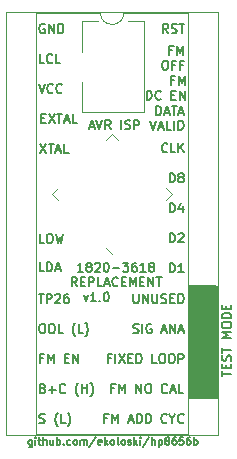
<source format=gbr>
%TF.GenerationSoftware,KiCad,Pcbnew,6.0.11-2627ca5db0~126~ubuntu22.04.1*%
%TF.CreationDate,2024-02-09T08:46:32-05:00*%
%TF.ProjectId,HP8656B_fractional-n_microprocessor,48503836-3536-4425-9f66-72616374696f,rev?*%
%TF.SameCoordinates,Original*%
%TF.FileFunction,Legend,Top*%
%TF.FilePolarity,Positive*%
%FSLAX46Y46*%
G04 Gerber Fmt 4.6, Leading zero omitted, Abs format (unit mm)*
G04 Created by KiCad (PCBNEW 6.0.11-2627ca5db0~126~ubuntu22.04.1) date 2024-02-09 08:46:32*
%MOMM*%
%LPD*%
G01*
G04 APERTURE LIST*
%ADD10C,0.152400*%
%ADD11C,0.127000*%
%ADD12C,0.120000*%
G04 APERTURE END LIST*
D10*
X131199345Y-53430714D02*
X130836488Y-53430714D01*
X130836488Y-52668714D01*
X131453345Y-53430714D02*
X131453345Y-52668714D01*
X131634774Y-52668714D01*
X131743631Y-52705000D01*
X131816202Y-52777571D01*
X131852488Y-52850142D01*
X131888774Y-52995285D01*
X131888774Y-53104142D01*
X131852488Y-53249285D01*
X131816202Y-53321857D01*
X131743631Y-53394428D01*
X131634774Y-53430714D01*
X131453345Y-53430714D01*
X132179060Y-53213000D02*
X132541917Y-53213000D01*
X132106488Y-53430714D02*
X132360488Y-52668714D01*
X132614488Y-53430714D01*
X141850654Y-48426914D02*
X141850654Y-47664914D01*
X142032082Y-47664914D01*
X142140940Y-47701200D01*
X142213511Y-47773771D01*
X142249797Y-47846342D01*
X142286082Y-47991485D01*
X142286082Y-48100342D01*
X142249797Y-48245485D01*
X142213511Y-48318057D01*
X142140940Y-48390628D01*
X142032082Y-48426914D01*
X141850654Y-48426914D01*
X142939225Y-47918914D02*
X142939225Y-48426914D01*
X142757797Y-47628628D02*
X142576368Y-48172914D01*
X143048082Y-48172914D01*
X134547428Y-55462714D02*
X134728857Y-55970714D01*
X134910285Y-55462714D01*
X135599714Y-55970714D02*
X135164285Y-55970714D01*
X135382000Y-55970714D02*
X135382000Y-55208714D01*
X135309428Y-55317571D01*
X135236857Y-55390142D01*
X135164285Y-55426428D01*
X135926285Y-55898142D02*
X135962571Y-55934428D01*
X135926285Y-55970714D01*
X135890000Y-55934428D01*
X135926285Y-55898142D01*
X135926285Y-55970714D01*
X136434285Y-55208714D02*
X136506857Y-55208714D01*
X136579428Y-55245000D01*
X136615714Y-55281285D01*
X136652000Y-55353857D01*
X136688285Y-55499000D01*
X136688285Y-55680428D01*
X136652000Y-55825571D01*
X136615714Y-55898142D01*
X136579428Y-55934428D01*
X136506857Y-55970714D01*
X136434285Y-55970714D01*
X136361714Y-55934428D01*
X136325428Y-55898142D01*
X136289142Y-55825571D01*
X136252857Y-55680428D01*
X136252857Y-55499000D01*
X136289142Y-55353857D01*
X136325428Y-55281285D01*
X136361714Y-55245000D01*
X136434285Y-55208714D01*
X134493000Y-53452304D02*
X134057571Y-53452304D01*
X134275285Y-53452304D02*
X134275285Y-52690304D01*
X134202714Y-52799161D01*
X134130142Y-52871732D01*
X134057571Y-52908018D01*
X134928428Y-53016875D02*
X134855857Y-52980590D01*
X134819571Y-52944304D01*
X134783285Y-52871732D01*
X134783285Y-52835447D01*
X134819571Y-52762875D01*
X134855857Y-52726590D01*
X134928428Y-52690304D01*
X135073571Y-52690304D01*
X135146142Y-52726590D01*
X135182428Y-52762875D01*
X135218714Y-52835447D01*
X135218714Y-52871732D01*
X135182428Y-52944304D01*
X135146142Y-52980590D01*
X135073571Y-53016875D01*
X134928428Y-53016875D01*
X134855857Y-53053161D01*
X134819571Y-53089447D01*
X134783285Y-53162018D01*
X134783285Y-53307161D01*
X134819571Y-53379732D01*
X134855857Y-53416018D01*
X134928428Y-53452304D01*
X135073571Y-53452304D01*
X135146142Y-53416018D01*
X135182428Y-53379732D01*
X135218714Y-53307161D01*
X135218714Y-53162018D01*
X135182428Y-53089447D01*
X135146142Y-53053161D01*
X135073571Y-53016875D01*
X135509000Y-52762875D02*
X135545285Y-52726590D01*
X135617857Y-52690304D01*
X135799285Y-52690304D01*
X135871857Y-52726590D01*
X135908142Y-52762875D01*
X135944428Y-52835447D01*
X135944428Y-52908018D01*
X135908142Y-53016875D01*
X135472714Y-53452304D01*
X135944428Y-53452304D01*
X136416142Y-52690304D02*
X136488714Y-52690304D01*
X136561285Y-52726590D01*
X136597571Y-52762875D01*
X136633857Y-52835447D01*
X136670142Y-52980590D01*
X136670142Y-53162018D01*
X136633857Y-53307161D01*
X136597571Y-53379732D01*
X136561285Y-53416018D01*
X136488714Y-53452304D01*
X136416142Y-53452304D01*
X136343571Y-53416018D01*
X136307285Y-53379732D01*
X136271000Y-53307161D01*
X136234714Y-53162018D01*
X136234714Y-52980590D01*
X136271000Y-52835447D01*
X136307285Y-52762875D01*
X136343571Y-52726590D01*
X136416142Y-52690304D01*
X136996714Y-53162018D02*
X137577285Y-53162018D01*
X137867571Y-52690304D02*
X138339285Y-52690304D01*
X138085285Y-52980590D01*
X138194142Y-52980590D01*
X138266714Y-53016875D01*
X138303000Y-53053161D01*
X138339285Y-53125732D01*
X138339285Y-53307161D01*
X138303000Y-53379732D01*
X138266714Y-53416018D01*
X138194142Y-53452304D01*
X137976428Y-53452304D01*
X137903857Y-53416018D01*
X137867571Y-53379732D01*
X138992428Y-52690304D02*
X138847285Y-52690304D01*
X138774714Y-52726590D01*
X138738428Y-52762875D01*
X138665857Y-52871732D01*
X138629571Y-53016875D01*
X138629571Y-53307161D01*
X138665857Y-53379732D01*
X138702142Y-53416018D01*
X138774714Y-53452304D01*
X138919857Y-53452304D01*
X138992428Y-53416018D01*
X139028714Y-53379732D01*
X139065000Y-53307161D01*
X139065000Y-53125732D01*
X139028714Y-53053161D01*
X138992428Y-53016875D01*
X138919857Y-52980590D01*
X138774714Y-52980590D01*
X138702142Y-53016875D01*
X138665857Y-53053161D01*
X138629571Y-53125732D01*
X139790714Y-53452304D02*
X139355285Y-53452304D01*
X139573000Y-53452304D02*
X139573000Y-52690304D01*
X139500428Y-52799161D01*
X139427857Y-52871732D01*
X139355285Y-52908018D01*
X140226142Y-53016875D02*
X140153571Y-52980590D01*
X140117285Y-52944304D01*
X140081000Y-52871732D01*
X140081000Y-52835447D01*
X140117285Y-52762875D01*
X140153571Y-52726590D01*
X140226142Y-52690304D01*
X140371285Y-52690304D01*
X140443857Y-52726590D01*
X140480142Y-52762875D01*
X140516428Y-52835447D01*
X140516428Y-52871732D01*
X140480142Y-52944304D01*
X140443857Y-52980590D01*
X140371285Y-53016875D01*
X140226142Y-53016875D01*
X140153571Y-53053161D01*
X140117285Y-53089447D01*
X140081000Y-53162018D01*
X140081000Y-53307161D01*
X140117285Y-53379732D01*
X140153571Y-53416018D01*
X140226142Y-53452304D01*
X140371285Y-53452304D01*
X140443857Y-53416018D01*
X140480142Y-53379732D01*
X140516428Y-53307161D01*
X140516428Y-53162018D01*
X140480142Y-53089447D01*
X140443857Y-53053161D01*
X140371285Y-53016875D01*
X133966857Y-54679124D02*
X133712857Y-54316267D01*
X133531428Y-54679124D02*
X133531428Y-53917124D01*
X133821714Y-53917124D01*
X133894285Y-53953410D01*
X133930571Y-53989695D01*
X133966857Y-54062267D01*
X133966857Y-54171124D01*
X133930571Y-54243695D01*
X133894285Y-54279981D01*
X133821714Y-54316267D01*
X133531428Y-54316267D01*
X134293428Y-54279981D02*
X134547428Y-54279981D01*
X134656285Y-54679124D02*
X134293428Y-54679124D01*
X134293428Y-53917124D01*
X134656285Y-53917124D01*
X134982857Y-54679124D02*
X134982857Y-53917124D01*
X135273142Y-53917124D01*
X135345714Y-53953410D01*
X135382000Y-53989695D01*
X135418285Y-54062267D01*
X135418285Y-54171124D01*
X135382000Y-54243695D01*
X135345714Y-54279981D01*
X135273142Y-54316267D01*
X134982857Y-54316267D01*
X136107714Y-54679124D02*
X135744857Y-54679124D01*
X135744857Y-53917124D01*
X136325428Y-54461410D02*
X136688285Y-54461410D01*
X136252857Y-54679124D02*
X136506857Y-53917124D01*
X136760857Y-54679124D01*
X137450285Y-54606552D02*
X137414000Y-54642838D01*
X137305142Y-54679124D01*
X137232571Y-54679124D01*
X137123714Y-54642838D01*
X137051142Y-54570267D01*
X137014857Y-54497695D01*
X136978571Y-54352552D01*
X136978571Y-54243695D01*
X137014857Y-54098552D01*
X137051142Y-54025981D01*
X137123714Y-53953410D01*
X137232571Y-53917124D01*
X137305142Y-53917124D01*
X137414000Y-53953410D01*
X137450285Y-53989695D01*
X137776857Y-54279981D02*
X138030857Y-54279981D01*
X138139714Y-54679124D02*
X137776857Y-54679124D01*
X137776857Y-53917124D01*
X138139714Y-53917124D01*
X138466285Y-54679124D02*
X138466285Y-53917124D01*
X138720285Y-54461410D01*
X138974285Y-53917124D01*
X138974285Y-54679124D01*
X139337142Y-54279981D02*
X139591142Y-54279981D01*
X139700000Y-54679124D02*
X139337142Y-54679124D01*
X139337142Y-53917124D01*
X139700000Y-53917124D01*
X140026571Y-54679124D02*
X140026571Y-53917124D01*
X140462000Y-54679124D01*
X140462000Y-53917124D01*
X140716000Y-53917124D02*
X141151428Y-53917124D01*
X140933714Y-54679124D02*
X140933714Y-53917124D01*
X138766368Y-55335714D02*
X138766368Y-55952571D01*
X138802654Y-56025142D01*
X138838940Y-56061428D01*
X138911511Y-56097714D01*
X139056654Y-56097714D01*
X139129225Y-56061428D01*
X139165511Y-56025142D01*
X139201797Y-55952571D01*
X139201797Y-55335714D01*
X139564654Y-56097714D02*
X139564654Y-55335714D01*
X140000082Y-56097714D01*
X140000082Y-55335714D01*
X140362940Y-55335714D02*
X140362940Y-55952571D01*
X140399225Y-56025142D01*
X140435511Y-56061428D01*
X140508082Y-56097714D01*
X140653225Y-56097714D01*
X140725797Y-56061428D01*
X140762082Y-56025142D01*
X140798368Y-55952571D01*
X140798368Y-55335714D01*
X141124940Y-56061428D02*
X141233797Y-56097714D01*
X141415225Y-56097714D01*
X141487797Y-56061428D01*
X141524082Y-56025142D01*
X141560368Y-55952571D01*
X141560368Y-55880000D01*
X141524082Y-55807428D01*
X141487797Y-55771142D01*
X141415225Y-55734857D01*
X141270082Y-55698571D01*
X141197511Y-55662285D01*
X141161225Y-55626000D01*
X141124940Y-55553428D01*
X141124940Y-55480857D01*
X141161225Y-55408285D01*
X141197511Y-55372000D01*
X141270082Y-55335714D01*
X141451511Y-55335714D01*
X141560368Y-55372000D01*
X141886940Y-55698571D02*
X142140940Y-55698571D01*
X142249797Y-56097714D02*
X141886940Y-56097714D01*
X141886940Y-55335714D01*
X142249797Y-55335714D01*
X142576368Y-56097714D02*
X142576368Y-55335714D01*
X142757797Y-55335714D01*
X142866654Y-55372000D01*
X142939225Y-55444571D01*
X142975511Y-55517142D01*
X143011797Y-55662285D01*
X143011797Y-55771142D01*
X142975511Y-55916285D01*
X142939225Y-55988857D01*
X142866654Y-56061428D01*
X142757797Y-56097714D01*
X142576368Y-56097714D01*
X137151654Y-63318571D02*
X136897654Y-63318571D01*
X136897654Y-63717714D02*
X136897654Y-62955714D01*
X137260511Y-62955714D01*
X137550797Y-63717714D02*
X137550797Y-62955714D01*
X137804797Y-63500000D01*
X138058797Y-62955714D01*
X138058797Y-63717714D01*
X139002225Y-63717714D02*
X139002225Y-62955714D01*
X139437654Y-63717714D01*
X139437654Y-62955714D01*
X139945654Y-62955714D02*
X140090797Y-62955714D01*
X140163368Y-62992000D01*
X140235940Y-63064571D01*
X140272225Y-63209714D01*
X140272225Y-63463714D01*
X140235940Y-63608857D01*
X140163368Y-63681428D01*
X140090797Y-63717714D01*
X139945654Y-63717714D01*
X139873082Y-63681428D01*
X139800511Y-63608857D01*
X139764225Y-63463714D01*
X139764225Y-63209714D01*
X139800511Y-63064571D01*
X139873082Y-62992000D01*
X139945654Y-62955714D01*
X141614797Y-63645142D02*
X141578511Y-63681428D01*
X141469654Y-63717714D01*
X141397082Y-63717714D01*
X141288225Y-63681428D01*
X141215654Y-63608857D01*
X141179368Y-63536285D01*
X141143082Y-63391142D01*
X141143082Y-63282285D01*
X141179368Y-63137142D01*
X141215654Y-63064571D01*
X141288225Y-62992000D01*
X141397082Y-62955714D01*
X141469654Y-62955714D01*
X141578511Y-62992000D01*
X141614797Y-63028285D01*
X141905082Y-63500000D02*
X142267940Y-63500000D01*
X141832511Y-63717714D02*
X142086511Y-62955714D01*
X142340511Y-63717714D01*
X142957368Y-63717714D02*
X142594511Y-63717714D01*
X142594511Y-62955714D01*
X131199345Y-35777714D02*
X130836488Y-35777714D01*
X130836488Y-35015714D01*
X131888774Y-35705142D02*
X131852488Y-35741428D01*
X131743631Y-35777714D01*
X131671060Y-35777714D01*
X131562202Y-35741428D01*
X131489631Y-35668857D01*
X131453345Y-35596285D01*
X131417060Y-35451142D01*
X131417060Y-35342285D01*
X131453345Y-35197142D01*
X131489631Y-35124571D01*
X131562202Y-35052000D01*
X131671060Y-35015714D01*
X131743631Y-35015714D01*
X131852488Y-35052000D01*
X131888774Y-35088285D01*
X132578202Y-35777714D02*
X132215345Y-35777714D01*
X132215345Y-35015714D01*
X142195368Y-37254361D02*
X141941368Y-37254361D01*
X141941368Y-37653504D02*
X141941368Y-36891504D01*
X142304225Y-36891504D01*
X142594511Y-37653504D02*
X142594511Y-36891504D01*
X142848511Y-37435790D01*
X143102511Y-36891504D01*
X143102511Y-37653504D01*
X139873082Y-38880324D02*
X139873082Y-38118324D01*
X140054511Y-38118324D01*
X140163368Y-38154610D01*
X140235940Y-38227181D01*
X140272225Y-38299752D01*
X140308511Y-38444895D01*
X140308511Y-38553752D01*
X140272225Y-38698895D01*
X140235940Y-38771467D01*
X140163368Y-38844038D01*
X140054511Y-38880324D01*
X139873082Y-38880324D01*
X141070511Y-38807752D02*
X141034225Y-38844038D01*
X140925368Y-38880324D01*
X140852797Y-38880324D01*
X140743940Y-38844038D01*
X140671368Y-38771467D01*
X140635082Y-38698895D01*
X140598797Y-38553752D01*
X140598797Y-38444895D01*
X140635082Y-38299752D01*
X140671368Y-38227181D01*
X140743940Y-38154610D01*
X140852797Y-38118324D01*
X140925368Y-38118324D01*
X141034225Y-38154610D01*
X141070511Y-38190895D01*
X141977654Y-38481181D02*
X142231654Y-38481181D01*
X142340511Y-38880324D02*
X141977654Y-38880324D01*
X141977654Y-38118324D01*
X142340511Y-38118324D01*
X142667082Y-38880324D02*
X142667082Y-38118324D01*
X143102511Y-38880324D01*
X143102511Y-38118324D01*
X142068368Y-34714361D02*
X141814368Y-34714361D01*
X141814368Y-35113504D02*
X141814368Y-34351504D01*
X142177225Y-34351504D01*
X142467511Y-35113504D02*
X142467511Y-34351504D01*
X142721511Y-34895790D01*
X142975511Y-34351504D01*
X142975511Y-35113504D01*
X141378940Y-35578324D02*
X141524082Y-35578324D01*
X141596654Y-35614610D01*
X141669225Y-35687181D01*
X141705511Y-35832324D01*
X141705511Y-36086324D01*
X141669225Y-36231467D01*
X141596654Y-36304038D01*
X141524082Y-36340324D01*
X141378940Y-36340324D01*
X141306368Y-36304038D01*
X141233797Y-36231467D01*
X141197511Y-36086324D01*
X141197511Y-35832324D01*
X141233797Y-35687181D01*
X141306368Y-35614610D01*
X141378940Y-35578324D01*
X142286082Y-35941181D02*
X142032082Y-35941181D01*
X142032082Y-36340324D02*
X142032082Y-35578324D01*
X142394940Y-35578324D01*
X142939225Y-35941181D02*
X142685225Y-35941181D01*
X142685225Y-36340324D02*
X142685225Y-35578324D01*
X143048082Y-35578324D01*
X141850654Y-50966914D02*
X141850654Y-50204914D01*
X142032082Y-50204914D01*
X142140940Y-50241200D01*
X142213511Y-50313771D01*
X142249797Y-50386342D01*
X142286082Y-50531485D01*
X142286082Y-50640342D01*
X142249797Y-50785485D01*
X142213511Y-50858057D01*
X142140940Y-50930628D01*
X142032082Y-50966914D01*
X141850654Y-50966914D01*
X142576368Y-50277485D02*
X142612654Y-50241200D01*
X142685225Y-50204914D01*
X142866654Y-50204914D01*
X142939225Y-50241200D01*
X142975511Y-50277485D01*
X143011797Y-50350057D01*
X143011797Y-50422628D01*
X142975511Y-50531485D01*
X142540082Y-50966914D01*
X143011797Y-50966914D01*
X130890917Y-42635714D02*
X131398917Y-43397714D01*
X131398917Y-42635714D02*
X130890917Y-43397714D01*
X131580345Y-42635714D02*
X132015774Y-42635714D01*
X131798060Y-43397714D02*
X131798060Y-42635714D01*
X132233488Y-43180000D02*
X132596345Y-43180000D01*
X132160917Y-43397714D02*
X132414917Y-42635714D01*
X132668917Y-43397714D01*
X133285774Y-43397714D02*
X132922917Y-43397714D01*
X132922917Y-42635714D01*
X130981631Y-57875714D02*
X131126774Y-57875714D01*
X131199345Y-57912000D01*
X131271917Y-57984571D01*
X131308202Y-58129714D01*
X131308202Y-58383714D01*
X131271917Y-58528857D01*
X131199345Y-58601428D01*
X131126774Y-58637714D01*
X130981631Y-58637714D01*
X130909060Y-58601428D01*
X130836488Y-58528857D01*
X130800202Y-58383714D01*
X130800202Y-58129714D01*
X130836488Y-57984571D01*
X130909060Y-57912000D01*
X130981631Y-57875714D01*
X131779917Y-57875714D02*
X131925060Y-57875714D01*
X131997631Y-57912000D01*
X132070202Y-57984571D01*
X132106488Y-58129714D01*
X132106488Y-58383714D01*
X132070202Y-58528857D01*
X131997631Y-58601428D01*
X131925060Y-58637714D01*
X131779917Y-58637714D01*
X131707345Y-58601428D01*
X131634774Y-58528857D01*
X131598488Y-58383714D01*
X131598488Y-58129714D01*
X131634774Y-57984571D01*
X131707345Y-57912000D01*
X131779917Y-57875714D01*
X132795917Y-58637714D02*
X132433060Y-58637714D01*
X132433060Y-57875714D01*
X133848202Y-58928000D02*
X133811917Y-58891714D01*
X133739345Y-58782857D01*
X133703060Y-58710285D01*
X133666774Y-58601428D01*
X133630488Y-58420000D01*
X133630488Y-58274857D01*
X133666774Y-58093428D01*
X133703060Y-57984571D01*
X133739345Y-57912000D01*
X133811917Y-57803142D01*
X133848202Y-57766857D01*
X134501345Y-58637714D02*
X134138488Y-58637714D01*
X134138488Y-57875714D01*
X134682774Y-58928000D02*
X134719060Y-58891714D01*
X134791631Y-58782857D01*
X134827917Y-58710285D01*
X134864202Y-58601428D01*
X134900488Y-58420000D01*
X134900488Y-58274857D01*
X134864202Y-58093428D01*
X134827917Y-57984571D01*
X134791631Y-57912000D01*
X134719060Y-57803142D01*
X134682774Y-57766857D01*
X136552940Y-65858571D02*
X136298940Y-65858571D01*
X136298940Y-66257714D02*
X136298940Y-65495714D01*
X136661797Y-65495714D01*
X136952082Y-66257714D02*
X136952082Y-65495714D01*
X137206082Y-66040000D01*
X137460082Y-65495714D01*
X137460082Y-66257714D01*
X138367225Y-66040000D02*
X138730082Y-66040000D01*
X138294654Y-66257714D02*
X138548654Y-65495714D01*
X138802654Y-66257714D01*
X139056654Y-66257714D02*
X139056654Y-65495714D01*
X139238082Y-65495714D01*
X139346940Y-65532000D01*
X139419511Y-65604571D01*
X139455797Y-65677142D01*
X139492082Y-65822285D01*
X139492082Y-65931142D01*
X139455797Y-66076285D01*
X139419511Y-66148857D01*
X139346940Y-66221428D01*
X139238082Y-66257714D01*
X139056654Y-66257714D01*
X139818654Y-66257714D02*
X139818654Y-65495714D01*
X140000082Y-65495714D01*
X140108940Y-65532000D01*
X140181511Y-65604571D01*
X140217797Y-65677142D01*
X140254082Y-65822285D01*
X140254082Y-65931142D01*
X140217797Y-66076285D01*
X140181511Y-66148857D01*
X140108940Y-66221428D01*
X140000082Y-66257714D01*
X139818654Y-66257714D01*
X141596654Y-66185142D02*
X141560368Y-66221428D01*
X141451511Y-66257714D01*
X141378940Y-66257714D01*
X141270082Y-66221428D01*
X141197511Y-66148857D01*
X141161225Y-66076285D01*
X141124940Y-65931142D01*
X141124940Y-65822285D01*
X141161225Y-65677142D01*
X141197511Y-65604571D01*
X141270082Y-65532000D01*
X141378940Y-65495714D01*
X141451511Y-65495714D01*
X141560368Y-65532000D01*
X141596654Y-65568285D01*
X142068368Y-65894857D02*
X142068368Y-66257714D01*
X141814368Y-65495714D02*
X142068368Y-65894857D01*
X142322368Y-65495714D01*
X143011797Y-66185142D02*
X142975511Y-66221428D01*
X142866654Y-66257714D01*
X142794082Y-66257714D01*
X142685225Y-66221428D01*
X142612654Y-66148857D01*
X142576368Y-66076285D01*
X142540082Y-65931142D01*
X142540082Y-65822285D01*
X142576368Y-65677142D01*
X142612654Y-65604571D01*
X142685225Y-65532000D01*
X142794082Y-65495714D01*
X142866654Y-65495714D01*
X142975511Y-65532000D01*
X143011797Y-65568285D01*
X130963488Y-40458571D02*
X131217488Y-40458571D01*
X131326345Y-40857714D02*
X130963488Y-40857714D01*
X130963488Y-40095714D01*
X131326345Y-40095714D01*
X131580345Y-40095714D02*
X132088345Y-40857714D01*
X132088345Y-40095714D02*
X131580345Y-40857714D01*
X132269774Y-40095714D02*
X132705202Y-40095714D01*
X132487488Y-40857714D02*
X132487488Y-40095714D01*
X132922917Y-40640000D02*
X133285774Y-40640000D01*
X132850345Y-40857714D02*
X133104345Y-40095714D01*
X133358345Y-40857714D01*
X133975202Y-40857714D02*
X133612345Y-40857714D01*
X133612345Y-40095714D01*
X141850654Y-45886914D02*
X141850654Y-45124914D01*
X142032082Y-45124914D01*
X142140940Y-45161200D01*
X142213511Y-45233771D01*
X142249797Y-45306342D01*
X142286082Y-45451485D01*
X142286082Y-45560342D01*
X142249797Y-45705485D01*
X142213511Y-45778057D01*
X142140940Y-45850628D01*
X142032082Y-45886914D01*
X141850654Y-45886914D01*
X142721511Y-45451485D02*
X142648940Y-45415200D01*
X142612654Y-45378914D01*
X142576368Y-45306342D01*
X142576368Y-45270057D01*
X142612654Y-45197485D01*
X142648940Y-45161200D01*
X142721511Y-45124914D01*
X142866654Y-45124914D01*
X142939225Y-45161200D01*
X142975511Y-45197485D01*
X143011797Y-45270057D01*
X143011797Y-45306342D01*
X142975511Y-45378914D01*
X142939225Y-45415200D01*
X142866654Y-45451485D01*
X142721511Y-45451485D01*
X142648940Y-45487771D01*
X142612654Y-45524057D01*
X142576368Y-45596628D01*
X142576368Y-45741771D01*
X142612654Y-45814342D01*
X142648940Y-45850628D01*
X142721511Y-45886914D01*
X142866654Y-45886914D01*
X142939225Y-45850628D01*
X142975511Y-45814342D01*
X143011797Y-45741771D01*
X143011797Y-45596628D01*
X142975511Y-45524057D01*
X142939225Y-45487771D01*
X142866654Y-45451485D01*
D11*
X130168952Y-67681928D02*
X130168952Y-68195976D01*
X130138714Y-68256452D01*
X130108476Y-68286690D01*
X130048000Y-68316928D01*
X129957285Y-68316928D01*
X129896809Y-68286690D01*
X130168952Y-68075023D02*
X130108476Y-68105261D01*
X129987523Y-68105261D01*
X129927047Y-68075023D01*
X129896809Y-68044785D01*
X129866571Y-67984309D01*
X129866571Y-67802880D01*
X129896809Y-67742404D01*
X129927047Y-67712166D01*
X129987523Y-67681928D01*
X130108476Y-67681928D01*
X130168952Y-67712166D01*
X130471333Y-68105261D02*
X130471333Y-67681928D01*
X130471333Y-67470261D02*
X130441095Y-67500500D01*
X130471333Y-67530738D01*
X130501571Y-67500500D01*
X130471333Y-67470261D01*
X130471333Y-67530738D01*
X130683000Y-67681928D02*
X130924904Y-67681928D01*
X130773714Y-67470261D02*
X130773714Y-68014547D01*
X130803952Y-68075023D01*
X130864428Y-68105261D01*
X130924904Y-68105261D01*
X131136571Y-68105261D02*
X131136571Y-67470261D01*
X131408714Y-68105261D02*
X131408714Y-67772642D01*
X131378476Y-67712166D01*
X131318000Y-67681928D01*
X131227285Y-67681928D01*
X131166809Y-67712166D01*
X131136571Y-67742404D01*
X131983238Y-67681928D02*
X131983238Y-68105261D01*
X131711095Y-67681928D02*
X131711095Y-68014547D01*
X131741333Y-68075023D01*
X131801809Y-68105261D01*
X131892523Y-68105261D01*
X131953000Y-68075023D01*
X131983238Y-68044785D01*
X132285619Y-68105261D02*
X132285619Y-67470261D01*
X132285619Y-67712166D02*
X132346095Y-67681928D01*
X132467047Y-67681928D01*
X132527523Y-67712166D01*
X132557761Y-67742404D01*
X132588000Y-67802880D01*
X132588000Y-67984309D01*
X132557761Y-68044785D01*
X132527523Y-68075023D01*
X132467047Y-68105261D01*
X132346095Y-68105261D01*
X132285619Y-68075023D01*
X132860142Y-68044785D02*
X132890380Y-68075023D01*
X132860142Y-68105261D01*
X132829904Y-68075023D01*
X132860142Y-68044785D01*
X132860142Y-68105261D01*
X133434666Y-68075023D02*
X133374190Y-68105261D01*
X133253238Y-68105261D01*
X133192761Y-68075023D01*
X133162523Y-68044785D01*
X133132285Y-67984309D01*
X133132285Y-67802880D01*
X133162523Y-67742404D01*
X133192761Y-67712166D01*
X133253238Y-67681928D01*
X133374190Y-67681928D01*
X133434666Y-67712166D01*
X133797523Y-68105261D02*
X133737047Y-68075023D01*
X133706809Y-68044785D01*
X133676571Y-67984309D01*
X133676571Y-67802880D01*
X133706809Y-67742404D01*
X133737047Y-67712166D01*
X133797523Y-67681928D01*
X133888238Y-67681928D01*
X133948714Y-67712166D01*
X133978952Y-67742404D01*
X134009190Y-67802880D01*
X134009190Y-67984309D01*
X133978952Y-68044785D01*
X133948714Y-68075023D01*
X133888238Y-68105261D01*
X133797523Y-68105261D01*
X134281333Y-68105261D02*
X134281333Y-67681928D01*
X134281333Y-67742404D02*
X134311571Y-67712166D01*
X134372047Y-67681928D01*
X134462761Y-67681928D01*
X134523238Y-67712166D01*
X134553476Y-67772642D01*
X134553476Y-68105261D01*
X134553476Y-67772642D02*
X134583714Y-67712166D01*
X134644190Y-67681928D01*
X134734904Y-67681928D01*
X134795380Y-67712166D01*
X134825619Y-67772642D01*
X134825619Y-68105261D01*
X135581571Y-67440023D02*
X135037285Y-68256452D01*
X136035142Y-68075023D02*
X135974666Y-68105261D01*
X135853714Y-68105261D01*
X135793238Y-68075023D01*
X135763000Y-68014547D01*
X135763000Y-67772642D01*
X135793238Y-67712166D01*
X135853714Y-67681928D01*
X135974666Y-67681928D01*
X136035142Y-67712166D01*
X136065380Y-67772642D01*
X136065380Y-67833119D01*
X135763000Y-67893595D01*
X136337523Y-68105261D02*
X136337523Y-67470261D01*
X136398000Y-67863357D02*
X136579428Y-68105261D01*
X136579428Y-67681928D02*
X136337523Y-67923833D01*
X136942285Y-68105261D02*
X136881809Y-68075023D01*
X136851571Y-68044785D01*
X136821333Y-67984309D01*
X136821333Y-67802880D01*
X136851571Y-67742404D01*
X136881809Y-67712166D01*
X136942285Y-67681928D01*
X137033000Y-67681928D01*
X137093476Y-67712166D01*
X137123714Y-67742404D01*
X137153952Y-67802880D01*
X137153952Y-67984309D01*
X137123714Y-68044785D01*
X137093476Y-68075023D01*
X137033000Y-68105261D01*
X136942285Y-68105261D01*
X137516809Y-68105261D02*
X137456333Y-68075023D01*
X137426095Y-68014547D01*
X137426095Y-67470261D01*
X137849428Y-68105261D02*
X137788952Y-68075023D01*
X137758714Y-68044785D01*
X137728476Y-67984309D01*
X137728476Y-67802880D01*
X137758714Y-67742404D01*
X137788952Y-67712166D01*
X137849428Y-67681928D01*
X137940142Y-67681928D01*
X138000619Y-67712166D01*
X138030857Y-67742404D01*
X138061095Y-67802880D01*
X138061095Y-67984309D01*
X138030857Y-68044785D01*
X138000619Y-68075023D01*
X137940142Y-68105261D01*
X137849428Y-68105261D01*
X138303000Y-68075023D02*
X138363476Y-68105261D01*
X138484428Y-68105261D01*
X138544904Y-68075023D01*
X138575142Y-68014547D01*
X138575142Y-67984309D01*
X138544904Y-67923833D01*
X138484428Y-67893595D01*
X138393714Y-67893595D01*
X138333238Y-67863357D01*
X138303000Y-67802880D01*
X138303000Y-67772642D01*
X138333238Y-67712166D01*
X138393714Y-67681928D01*
X138484428Y-67681928D01*
X138544904Y-67712166D01*
X138847285Y-68105261D02*
X138847285Y-67470261D01*
X138907761Y-67863357D02*
X139089190Y-68105261D01*
X139089190Y-67681928D02*
X138847285Y-67923833D01*
X139361333Y-68105261D02*
X139361333Y-67681928D01*
X139361333Y-67470261D02*
X139331095Y-67500500D01*
X139361333Y-67530738D01*
X139391571Y-67500500D01*
X139361333Y-67470261D01*
X139361333Y-67530738D01*
X140117285Y-67440023D02*
X139573000Y-68256452D01*
X140328952Y-68105261D02*
X140328952Y-67470261D01*
X140601095Y-68105261D02*
X140601095Y-67772642D01*
X140570857Y-67712166D01*
X140510380Y-67681928D01*
X140419666Y-67681928D01*
X140359190Y-67712166D01*
X140328952Y-67742404D01*
X140903476Y-67681928D02*
X140903476Y-68316928D01*
X140903476Y-67712166D02*
X140963952Y-67681928D01*
X141084904Y-67681928D01*
X141145380Y-67712166D01*
X141175619Y-67742404D01*
X141205857Y-67802880D01*
X141205857Y-67984309D01*
X141175619Y-68044785D01*
X141145380Y-68075023D01*
X141084904Y-68105261D01*
X140963952Y-68105261D01*
X140903476Y-68075023D01*
X141568714Y-67742404D02*
X141508238Y-67712166D01*
X141478000Y-67681928D01*
X141447761Y-67621452D01*
X141447761Y-67591214D01*
X141478000Y-67530738D01*
X141508238Y-67500500D01*
X141568714Y-67470261D01*
X141689666Y-67470261D01*
X141750142Y-67500500D01*
X141780380Y-67530738D01*
X141810619Y-67591214D01*
X141810619Y-67621452D01*
X141780380Y-67681928D01*
X141750142Y-67712166D01*
X141689666Y-67742404D01*
X141568714Y-67742404D01*
X141508238Y-67772642D01*
X141478000Y-67802880D01*
X141447761Y-67863357D01*
X141447761Y-67984309D01*
X141478000Y-68044785D01*
X141508238Y-68075023D01*
X141568714Y-68105261D01*
X141689666Y-68105261D01*
X141750142Y-68075023D01*
X141780380Y-68044785D01*
X141810619Y-67984309D01*
X141810619Y-67863357D01*
X141780380Y-67802880D01*
X141750142Y-67772642D01*
X141689666Y-67742404D01*
X142354904Y-67470261D02*
X142233952Y-67470261D01*
X142173476Y-67500500D01*
X142143238Y-67530738D01*
X142082761Y-67621452D01*
X142052523Y-67742404D01*
X142052523Y-67984309D01*
X142082761Y-68044785D01*
X142113000Y-68075023D01*
X142173476Y-68105261D01*
X142294428Y-68105261D01*
X142354904Y-68075023D01*
X142385142Y-68044785D01*
X142415380Y-67984309D01*
X142415380Y-67833119D01*
X142385142Y-67772642D01*
X142354904Y-67742404D01*
X142294428Y-67712166D01*
X142173476Y-67712166D01*
X142113000Y-67742404D01*
X142082761Y-67772642D01*
X142052523Y-67833119D01*
X142989904Y-67470261D02*
X142687523Y-67470261D01*
X142657285Y-67772642D01*
X142687523Y-67742404D01*
X142748000Y-67712166D01*
X142899190Y-67712166D01*
X142959666Y-67742404D01*
X142989904Y-67772642D01*
X143020142Y-67833119D01*
X143020142Y-67984309D01*
X142989904Y-68044785D01*
X142959666Y-68075023D01*
X142899190Y-68105261D01*
X142748000Y-68105261D01*
X142687523Y-68075023D01*
X142657285Y-68044785D01*
X143564428Y-67470261D02*
X143443476Y-67470261D01*
X143383000Y-67500500D01*
X143352761Y-67530738D01*
X143292285Y-67621452D01*
X143262047Y-67742404D01*
X143262047Y-67984309D01*
X143292285Y-68044785D01*
X143322523Y-68075023D01*
X143383000Y-68105261D01*
X143503952Y-68105261D01*
X143564428Y-68075023D01*
X143594666Y-68044785D01*
X143624904Y-67984309D01*
X143624904Y-67833119D01*
X143594666Y-67772642D01*
X143564428Y-67742404D01*
X143503952Y-67712166D01*
X143383000Y-67712166D01*
X143322523Y-67742404D01*
X143292285Y-67772642D01*
X143262047Y-67833119D01*
X143897047Y-68105261D02*
X143897047Y-67470261D01*
X143897047Y-67712166D02*
X143957523Y-67681928D01*
X144078476Y-67681928D01*
X144138952Y-67712166D01*
X144169190Y-67742404D01*
X144199428Y-67802880D01*
X144199428Y-67984309D01*
X144169190Y-68044785D01*
X144138952Y-68075023D01*
X144078476Y-68105261D01*
X143957523Y-68105261D01*
X143897047Y-68075023D01*
D10*
X146267714Y-62310917D02*
X146267714Y-61875488D01*
X147029714Y-62093202D02*
X146267714Y-62093202D01*
X146630571Y-61621488D02*
X146630571Y-61367488D01*
X147029714Y-61258631D02*
X147029714Y-61621488D01*
X146267714Y-61621488D01*
X146267714Y-61258631D01*
X146993428Y-60968345D02*
X147029714Y-60859488D01*
X147029714Y-60678060D01*
X146993428Y-60605488D01*
X146957142Y-60569202D01*
X146884571Y-60532917D01*
X146812000Y-60532917D01*
X146739428Y-60569202D01*
X146703142Y-60605488D01*
X146666857Y-60678060D01*
X146630571Y-60823202D01*
X146594285Y-60895774D01*
X146558000Y-60932060D01*
X146485428Y-60968345D01*
X146412857Y-60968345D01*
X146340285Y-60932060D01*
X146304000Y-60895774D01*
X146267714Y-60823202D01*
X146267714Y-60641774D01*
X146304000Y-60532917D01*
X146267714Y-60315202D02*
X146267714Y-59879774D01*
X147029714Y-60097488D02*
X146267714Y-60097488D01*
X147029714Y-59045202D02*
X146267714Y-59045202D01*
X146812000Y-58791202D01*
X146267714Y-58537202D01*
X147029714Y-58537202D01*
X146267714Y-58029202D02*
X146267714Y-57884060D01*
X146304000Y-57811488D01*
X146376571Y-57738917D01*
X146521714Y-57702631D01*
X146775714Y-57702631D01*
X146920857Y-57738917D01*
X146993428Y-57811488D01*
X147029714Y-57884060D01*
X147029714Y-58029202D01*
X146993428Y-58101774D01*
X146920857Y-58174345D01*
X146775714Y-58210631D01*
X146521714Y-58210631D01*
X146376571Y-58174345D01*
X146304000Y-58101774D01*
X146267714Y-58029202D01*
X147029714Y-57376060D02*
X146267714Y-57376060D01*
X146267714Y-57194631D01*
X146304000Y-57085774D01*
X146376571Y-57013202D01*
X146449142Y-56976917D01*
X146594285Y-56940631D01*
X146703142Y-56940631D01*
X146848285Y-56976917D01*
X146920857Y-57013202D01*
X146993428Y-57085774D01*
X147029714Y-57194631D01*
X147029714Y-57376060D01*
X146630571Y-56614060D02*
X146630571Y-56360060D01*
X147029714Y-56251202D02*
X147029714Y-56614060D01*
X146267714Y-56614060D01*
X146267714Y-56251202D01*
X141632940Y-43274342D02*
X141596654Y-43310628D01*
X141487797Y-43346914D01*
X141415225Y-43346914D01*
X141306368Y-43310628D01*
X141233797Y-43238057D01*
X141197511Y-43165485D01*
X141161225Y-43020342D01*
X141161225Y-42911485D01*
X141197511Y-42766342D01*
X141233797Y-42693771D01*
X141306368Y-42621200D01*
X141415225Y-42584914D01*
X141487797Y-42584914D01*
X141596654Y-42621200D01*
X141632940Y-42657485D01*
X142322368Y-43346914D02*
X141959511Y-43346914D01*
X141959511Y-42584914D01*
X142576368Y-43346914D02*
X142576368Y-42584914D01*
X143011797Y-43346914D02*
X142685225Y-42911485D01*
X143011797Y-42584914D02*
X142576368Y-43020342D01*
X130800202Y-66221428D02*
X130909060Y-66257714D01*
X131090488Y-66257714D01*
X131163060Y-66221428D01*
X131199345Y-66185142D01*
X131235631Y-66112571D01*
X131235631Y-66040000D01*
X131199345Y-65967428D01*
X131163060Y-65931142D01*
X131090488Y-65894857D01*
X130945345Y-65858571D01*
X130872774Y-65822285D01*
X130836488Y-65786000D01*
X130800202Y-65713428D01*
X130800202Y-65640857D01*
X130836488Y-65568285D01*
X130872774Y-65532000D01*
X130945345Y-65495714D01*
X131126774Y-65495714D01*
X131235631Y-65532000D01*
X132360488Y-66548000D02*
X132324202Y-66511714D01*
X132251631Y-66402857D01*
X132215345Y-66330285D01*
X132179060Y-66221428D01*
X132142774Y-66040000D01*
X132142774Y-65894857D01*
X132179060Y-65713428D01*
X132215345Y-65604571D01*
X132251631Y-65532000D01*
X132324202Y-65423142D01*
X132360488Y-65386857D01*
X133013631Y-66257714D02*
X132650774Y-66257714D01*
X132650774Y-65495714D01*
X133195060Y-66548000D02*
X133231345Y-66511714D01*
X133303917Y-66402857D01*
X133340202Y-66330285D01*
X133376488Y-66221428D01*
X133412774Y-66040000D01*
X133412774Y-65894857D01*
X133376488Y-65713428D01*
X133340202Y-65604571D01*
X133303917Y-65532000D01*
X133231345Y-65423142D01*
X133195060Y-65386857D01*
X141705511Y-33237714D02*
X141451511Y-32874857D01*
X141270082Y-33237714D02*
X141270082Y-32475714D01*
X141560368Y-32475714D01*
X141632940Y-32512000D01*
X141669225Y-32548285D01*
X141705511Y-32620857D01*
X141705511Y-32729714D01*
X141669225Y-32802285D01*
X141632940Y-32838571D01*
X141560368Y-32874857D01*
X141270082Y-32874857D01*
X141995797Y-33201428D02*
X142104654Y-33237714D01*
X142286082Y-33237714D01*
X142358654Y-33201428D01*
X142394940Y-33165142D01*
X142431225Y-33092571D01*
X142431225Y-33020000D01*
X142394940Y-32947428D01*
X142358654Y-32911142D01*
X142286082Y-32874857D01*
X142140940Y-32838571D01*
X142068368Y-32802285D01*
X142032082Y-32766000D01*
X141995797Y-32693428D01*
X141995797Y-32620857D01*
X142032082Y-32548285D01*
X142068368Y-32512000D01*
X142140940Y-32475714D01*
X142322368Y-32475714D01*
X142431225Y-32512000D01*
X142648940Y-32475714D02*
X143084368Y-32475714D01*
X142866654Y-33237714D02*
X142866654Y-32475714D01*
X138766368Y-58601428D02*
X138875225Y-58637714D01*
X139056654Y-58637714D01*
X139129225Y-58601428D01*
X139165511Y-58565142D01*
X139201797Y-58492571D01*
X139201797Y-58420000D01*
X139165511Y-58347428D01*
X139129225Y-58311142D01*
X139056654Y-58274857D01*
X138911511Y-58238571D01*
X138838940Y-58202285D01*
X138802654Y-58166000D01*
X138766368Y-58093428D01*
X138766368Y-58020857D01*
X138802654Y-57948285D01*
X138838940Y-57912000D01*
X138911511Y-57875714D01*
X139092940Y-57875714D01*
X139201797Y-57912000D01*
X139528368Y-58637714D02*
X139528368Y-57875714D01*
X140290368Y-57912000D02*
X140217797Y-57875714D01*
X140108940Y-57875714D01*
X140000082Y-57912000D01*
X139927511Y-57984571D01*
X139891225Y-58057142D01*
X139854940Y-58202285D01*
X139854940Y-58311142D01*
X139891225Y-58456285D01*
X139927511Y-58528857D01*
X140000082Y-58601428D01*
X140108940Y-58637714D01*
X140181511Y-58637714D01*
X140290368Y-58601428D01*
X140326654Y-58565142D01*
X140326654Y-58311142D01*
X140181511Y-58311142D01*
X141197511Y-58420000D02*
X141560368Y-58420000D01*
X141124940Y-58637714D02*
X141378940Y-57875714D01*
X141632940Y-58637714D01*
X141886940Y-58637714D02*
X141886940Y-57875714D01*
X142322368Y-58637714D01*
X142322368Y-57875714D01*
X142648940Y-58420000D02*
X143011797Y-58420000D01*
X142576368Y-58637714D02*
X142830368Y-57875714D01*
X143084368Y-58637714D01*
X140689511Y-40193504D02*
X140689511Y-39431504D01*
X140870940Y-39431504D01*
X140979797Y-39467790D01*
X141052368Y-39540361D01*
X141088654Y-39612932D01*
X141124940Y-39758075D01*
X141124940Y-39866932D01*
X141088654Y-40012075D01*
X141052368Y-40084647D01*
X140979797Y-40157218D01*
X140870940Y-40193504D01*
X140689511Y-40193504D01*
X141415225Y-39975790D02*
X141778082Y-39975790D01*
X141342654Y-40193504D02*
X141596654Y-39431504D01*
X141850654Y-40193504D01*
X141995797Y-39431504D02*
X142431225Y-39431504D01*
X142213511Y-40193504D02*
X142213511Y-39431504D01*
X142648940Y-39975790D02*
X143011797Y-39975790D01*
X142576368Y-40193504D02*
X142830368Y-39431504D01*
X143084368Y-40193504D01*
X140181511Y-40658324D02*
X140435511Y-41420324D01*
X140689511Y-40658324D01*
X140907225Y-41202610D02*
X141270082Y-41202610D01*
X140834654Y-41420324D02*
X141088654Y-40658324D01*
X141342654Y-41420324D01*
X141959511Y-41420324D02*
X141596654Y-41420324D01*
X141596654Y-40658324D01*
X142213511Y-41420324D02*
X142213511Y-40658324D01*
X142576368Y-41420324D02*
X142576368Y-40658324D01*
X142757797Y-40658324D01*
X142866654Y-40694610D01*
X142939225Y-40767181D01*
X142975511Y-40839752D01*
X143011797Y-40984895D01*
X143011797Y-41093752D01*
X142975511Y-41238895D01*
X142939225Y-41311467D01*
X142866654Y-41384038D01*
X142757797Y-41420324D01*
X142576368Y-41420324D01*
X131090488Y-60778571D02*
X130836488Y-60778571D01*
X130836488Y-61177714D02*
X130836488Y-60415714D01*
X131199345Y-60415714D01*
X131489631Y-61177714D02*
X131489631Y-60415714D01*
X131743631Y-60960000D01*
X131997631Y-60415714D01*
X131997631Y-61177714D01*
X132941060Y-60778571D02*
X133195060Y-60778571D01*
X133303917Y-61177714D02*
X132941060Y-61177714D01*
X132941060Y-60415714D01*
X133303917Y-60415714D01*
X133630488Y-61177714D02*
X133630488Y-60415714D01*
X134065917Y-61177714D01*
X134065917Y-60415714D01*
X131235631Y-32512000D02*
X131163060Y-32475714D01*
X131054202Y-32475714D01*
X130945345Y-32512000D01*
X130872774Y-32584571D01*
X130836488Y-32657142D01*
X130800202Y-32802285D01*
X130800202Y-32911142D01*
X130836488Y-33056285D01*
X130872774Y-33128857D01*
X130945345Y-33201428D01*
X131054202Y-33237714D01*
X131126774Y-33237714D01*
X131235631Y-33201428D01*
X131271917Y-33165142D01*
X131271917Y-32911142D01*
X131126774Y-32911142D01*
X131598488Y-33237714D02*
X131598488Y-32475714D01*
X132033917Y-33237714D01*
X132033917Y-32475714D01*
X132396774Y-33237714D02*
X132396774Y-32475714D01*
X132578202Y-32475714D01*
X132687060Y-32512000D01*
X132759631Y-32584571D01*
X132795917Y-32657142D01*
X132832202Y-32802285D01*
X132832202Y-32911142D01*
X132795917Y-33056285D01*
X132759631Y-33128857D01*
X132687060Y-33201428D01*
X132578202Y-33237714D01*
X132396774Y-33237714D01*
X141850654Y-53506914D02*
X141850654Y-52744914D01*
X142032082Y-52744914D01*
X142140940Y-52781200D01*
X142213511Y-52853771D01*
X142249797Y-52926342D01*
X142286082Y-53071485D01*
X142286082Y-53180342D01*
X142249797Y-53325485D01*
X142213511Y-53398057D01*
X142140940Y-53470628D01*
X142032082Y-53506914D01*
X141850654Y-53506914D01*
X143011797Y-53506914D02*
X142576368Y-53506914D01*
X142794082Y-53506914D02*
X142794082Y-52744914D01*
X142721511Y-52853771D01*
X142648940Y-52926342D01*
X142576368Y-52962628D01*
X131090488Y-63318571D02*
X131199345Y-63354857D01*
X131235631Y-63391142D01*
X131271917Y-63463714D01*
X131271917Y-63572571D01*
X131235631Y-63645142D01*
X131199345Y-63681428D01*
X131126774Y-63717714D01*
X130836488Y-63717714D01*
X130836488Y-62955714D01*
X131090488Y-62955714D01*
X131163060Y-62992000D01*
X131199345Y-63028285D01*
X131235631Y-63100857D01*
X131235631Y-63173428D01*
X131199345Y-63246000D01*
X131163060Y-63282285D01*
X131090488Y-63318571D01*
X130836488Y-63318571D01*
X131598488Y-63427428D02*
X132179060Y-63427428D01*
X131888774Y-63717714D02*
X131888774Y-63137142D01*
X132977345Y-63645142D02*
X132941060Y-63681428D01*
X132832202Y-63717714D01*
X132759631Y-63717714D01*
X132650774Y-63681428D01*
X132578202Y-63608857D01*
X132541917Y-63536285D01*
X132505631Y-63391142D01*
X132505631Y-63282285D01*
X132541917Y-63137142D01*
X132578202Y-63064571D01*
X132650774Y-62992000D01*
X132759631Y-62955714D01*
X132832202Y-62955714D01*
X132941060Y-62992000D01*
X132977345Y-63028285D01*
X134102202Y-64008000D02*
X134065917Y-63971714D01*
X133993345Y-63862857D01*
X133957060Y-63790285D01*
X133920774Y-63681428D01*
X133884488Y-63500000D01*
X133884488Y-63354857D01*
X133920774Y-63173428D01*
X133957060Y-63064571D01*
X133993345Y-62992000D01*
X134065917Y-62883142D01*
X134102202Y-62846857D01*
X134392488Y-63717714D02*
X134392488Y-62955714D01*
X134392488Y-63318571D02*
X134827917Y-63318571D01*
X134827917Y-63717714D02*
X134827917Y-62955714D01*
X135118202Y-64008000D02*
X135154488Y-63971714D01*
X135227060Y-63862857D01*
X135263345Y-63790285D01*
X135299631Y-63681428D01*
X135335917Y-63500000D01*
X135335917Y-63354857D01*
X135299631Y-63173428D01*
X135263345Y-63064571D01*
X135227060Y-62992000D01*
X135154488Y-62883142D01*
X135118202Y-62846857D01*
X130727631Y-55335714D02*
X131163060Y-55335714D01*
X130945345Y-56097714D02*
X130945345Y-55335714D01*
X131417060Y-56097714D02*
X131417060Y-55335714D01*
X131707345Y-55335714D01*
X131779917Y-55372000D01*
X131816202Y-55408285D01*
X131852488Y-55480857D01*
X131852488Y-55589714D01*
X131816202Y-55662285D01*
X131779917Y-55698571D01*
X131707345Y-55734857D01*
X131417060Y-55734857D01*
X132142774Y-55408285D02*
X132179060Y-55372000D01*
X132251631Y-55335714D01*
X132433060Y-55335714D01*
X132505631Y-55372000D01*
X132541917Y-55408285D01*
X132578202Y-55480857D01*
X132578202Y-55553428D01*
X132541917Y-55662285D01*
X132106488Y-56097714D01*
X132578202Y-56097714D01*
X133231345Y-55335714D02*
X133086202Y-55335714D01*
X133013631Y-55372000D01*
X132977345Y-55408285D01*
X132904774Y-55517142D01*
X132868488Y-55662285D01*
X132868488Y-55952571D01*
X132904774Y-56025142D01*
X132941060Y-56061428D01*
X133013631Y-56097714D01*
X133158774Y-56097714D01*
X133231345Y-56061428D01*
X133267631Y-56025142D01*
X133303917Y-55952571D01*
X133303917Y-55771142D01*
X133267631Y-55698571D01*
X133231345Y-55662285D01*
X133158774Y-55626000D01*
X133013631Y-55626000D01*
X132941060Y-55662285D01*
X132904774Y-55698571D01*
X132868488Y-55771142D01*
X131199345Y-51017714D02*
X130836488Y-51017714D01*
X130836488Y-50255714D01*
X131598488Y-50255714D02*
X131743631Y-50255714D01*
X131816202Y-50292000D01*
X131888774Y-50364571D01*
X131925060Y-50509714D01*
X131925060Y-50763714D01*
X131888774Y-50908857D01*
X131816202Y-50981428D01*
X131743631Y-51017714D01*
X131598488Y-51017714D01*
X131525917Y-50981428D01*
X131453345Y-50908857D01*
X131417060Y-50763714D01*
X131417060Y-50509714D01*
X131453345Y-50364571D01*
X131525917Y-50292000D01*
X131598488Y-50255714D01*
X132179060Y-50255714D02*
X132360488Y-51017714D01*
X132505631Y-50473428D01*
X132650774Y-51017714D01*
X132832202Y-50255714D01*
X130727631Y-37555714D02*
X130981631Y-38317714D01*
X131235631Y-37555714D01*
X131925060Y-38245142D02*
X131888774Y-38281428D01*
X131779917Y-38317714D01*
X131707345Y-38317714D01*
X131598488Y-38281428D01*
X131525917Y-38208857D01*
X131489631Y-38136285D01*
X131453345Y-37991142D01*
X131453345Y-37882285D01*
X131489631Y-37737142D01*
X131525917Y-37664571D01*
X131598488Y-37592000D01*
X131707345Y-37555714D01*
X131779917Y-37555714D01*
X131888774Y-37592000D01*
X131925060Y-37628285D01*
X132687060Y-38245142D02*
X132650774Y-38281428D01*
X132541917Y-38317714D01*
X132469345Y-38317714D01*
X132360488Y-38281428D01*
X132287917Y-38208857D01*
X132251631Y-38136285D01*
X132215345Y-37991142D01*
X132215345Y-37882285D01*
X132251631Y-37737142D01*
X132287917Y-37664571D01*
X132360488Y-37592000D01*
X132469345Y-37555714D01*
X132541917Y-37555714D01*
X132650774Y-37592000D01*
X132687060Y-37628285D01*
X136843225Y-60778571D02*
X136589225Y-60778571D01*
X136589225Y-61177714D02*
X136589225Y-60415714D01*
X136952082Y-60415714D01*
X137242368Y-61177714D02*
X137242368Y-60415714D01*
X137532654Y-60415714D02*
X138040654Y-61177714D01*
X138040654Y-60415714D02*
X137532654Y-61177714D01*
X138330940Y-60778571D02*
X138584940Y-60778571D01*
X138693797Y-61177714D02*
X138330940Y-61177714D01*
X138330940Y-60415714D01*
X138693797Y-60415714D01*
X139020368Y-61177714D02*
X139020368Y-60415714D01*
X139201797Y-60415714D01*
X139310654Y-60452000D01*
X139383225Y-60524571D01*
X139419511Y-60597142D01*
X139455797Y-60742285D01*
X139455797Y-60851142D01*
X139419511Y-60996285D01*
X139383225Y-61068857D01*
X139310654Y-61141428D01*
X139201797Y-61177714D01*
X139020368Y-61177714D01*
X140725797Y-61177714D02*
X140362940Y-61177714D01*
X140362940Y-60415714D01*
X141124940Y-60415714D02*
X141270082Y-60415714D01*
X141342654Y-60452000D01*
X141415225Y-60524571D01*
X141451511Y-60669714D01*
X141451511Y-60923714D01*
X141415225Y-61068857D01*
X141342654Y-61141428D01*
X141270082Y-61177714D01*
X141124940Y-61177714D01*
X141052368Y-61141428D01*
X140979797Y-61068857D01*
X140943511Y-60923714D01*
X140943511Y-60669714D01*
X140979797Y-60524571D01*
X141052368Y-60452000D01*
X141124940Y-60415714D01*
X141923225Y-60415714D02*
X142068368Y-60415714D01*
X142140940Y-60452000D01*
X142213511Y-60524571D01*
X142249797Y-60669714D01*
X142249797Y-60923714D01*
X142213511Y-61068857D01*
X142140940Y-61141428D01*
X142068368Y-61177714D01*
X141923225Y-61177714D01*
X141850654Y-61141428D01*
X141778082Y-61068857D01*
X141741797Y-60923714D01*
X141741797Y-60669714D01*
X141778082Y-60524571D01*
X141850654Y-60452000D01*
X141923225Y-60415714D01*
X142576368Y-61177714D02*
X142576368Y-60415714D01*
X142866654Y-60415714D01*
X142939225Y-60452000D01*
X142975511Y-60488285D01*
X143011797Y-60560857D01*
X143011797Y-60669714D01*
X142975511Y-60742285D01*
X142939225Y-60778571D01*
X142866654Y-60814857D01*
X142576368Y-60814857D01*
%TO.C,J1*%
X135050428Y-41163000D02*
X135413285Y-41163000D01*
X134977857Y-41380714D02*
X135231857Y-40618714D01*
X135485857Y-41380714D01*
X135631000Y-40618714D02*
X135885000Y-41380714D01*
X136139000Y-40618714D01*
X136828428Y-41380714D02*
X136574428Y-41017857D01*
X136393000Y-41380714D02*
X136393000Y-40618714D01*
X136683285Y-40618714D01*
X136755857Y-40655000D01*
X136792142Y-40691285D01*
X136828428Y-40763857D01*
X136828428Y-40872714D01*
X136792142Y-40945285D01*
X136755857Y-40981571D01*
X136683285Y-41017857D01*
X136393000Y-41017857D01*
X137735571Y-41380714D02*
X137735571Y-40618714D01*
X138062142Y-41344428D02*
X138171000Y-41380714D01*
X138352428Y-41380714D01*
X138425000Y-41344428D01*
X138461285Y-41308142D01*
X138497571Y-41235571D01*
X138497571Y-41163000D01*
X138461285Y-41090428D01*
X138425000Y-41054142D01*
X138352428Y-41017857D01*
X138207285Y-40981571D01*
X138134714Y-40945285D01*
X138098428Y-40909000D01*
X138062142Y-40836428D01*
X138062142Y-40763857D01*
X138098428Y-40691285D01*
X138134714Y-40655000D01*
X138207285Y-40618714D01*
X138388714Y-40618714D01*
X138497571Y-40655000D01*
X138824142Y-41380714D02*
X138824142Y-40618714D01*
X139114428Y-40618714D01*
X139187000Y-40655000D01*
X139223285Y-40691285D01*
X139259571Y-40763857D01*
X139259571Y-40872714D01*
X139223285Y-40945285D01*
X139187000Y-40981571D01*
X139114428Y-41017857D01*
X138824142Y-41017857D01*
D12*
%TO.C,U2*%
X128006800Y-31452200D02*
X128006800Y-67252200D01*
X145906800Y-31452200D02*
X128006800Y-31452200D01*
X130496800Y-31512200D02*
X130496800Y-67192200D01*
X130496800Y-67192200D02*
X143416800Y-67192200D01*
X128006800Y-67252200D02*
X145906800Y-67252200D01*
X145906800Y-67252200D02*
X145906800Y-31452200D01*
X143416800Y-67192200D02*
X143416800Y-31512200D01*
X143416800Y-31512200D02*
X137956800Y-31512200D01*
X135956800Y-31512200D02*
X130496800Y-31512200D01*
X135956800Y-31512200D02*
G75*
G03*
X137956800Y-31512200I1000000J0D01*
G01*
%TO.C,J1*%
X134428000Y-39953000D02*
X139628000Y-39953000D01*
X134428000Y-34813000D02*
X134428000Y-32213000D01*
X134428000Y-32213000D02*
X135758000Y-32213000D01*
X134428000Y-37353000D02*
X134428000Y-39953000D01*
X138298000Y-32213000D02*
X139628000Y-32213000D01*
X139628000Y-32213000D02*
X139628000Y-39953000D01*
%TO.C,U1*%
X131830928Y-46863000D02*
X132343580Y-46350348D01*
X142041550Y-46863000D02*
X141528898Y-47375652D01*
X136423587Y-51455659D02*
X136936239Y-51968311D01*
X137448891Y-42270341D02*
X136936239Y-41757689D01*
X141528898Y-46350348D02*
X142041550Y-46863000D01*
X136936239Y-41757689D02*
X136423587Y-42270341D01*
X132343580Y-47375652D02*
X131830928Y-46863000D01*
%TD*%
G36*
X145865121Y-54630002D02*
G01*
X145911614Y-54683658D01*
X145923000Y-54736000D01*
X145923000Y-64136000D01*
X145902998Y-64204121D01*
X145849342Y-64250614D01*
X145797000Y-64262000D01*
X143509000Y-64262000D01*
X143440879Y-64241998D01*
X143394386Y-64188342D01*
X143383000Y-64136000D01*
X143383000Y-54736000D01*
X143403002Y-54667879D01*
X143456658Y-54621386D01*
X143509000Y-54610000D01*
X145797000Y-54610000D01*
X145865121Y-54630002D01*
G37*
M02*

</source>
